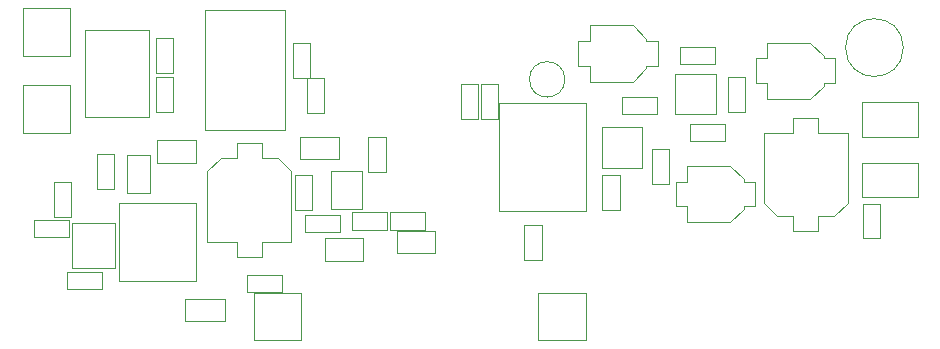
<source format=gbr>
G04 #@! TF.GenerationSoftware,KiCad,Pcbnew,(5.1.4)-1*
G04 #@! TF.CreationDate,2020-07-19T23:59:32-07:00*
G04 #@! TF.ProjectId,Main Board,4d61696e-2042-46f6-9172-642e6b696361,rev?*
G04 #@! TF.SameCoordinates,Original*
G04 #@! TF.FileFunction,Other,User*
%FSLAX46Y46*%
G04 Gerber Fmt 4.6, Leading zero omitted, Abs format (unit mm)*
G04 Created by KiCad (PCBNEW (5.1.4)-1) date 2020-07-19 23:59:32*
%MOMM*%
%LPD*%
G04 APERTURE LIST*
%ADD10C,0.050000*%
G04 APERTURE END LIST*
D10*
X138290000Y-101390000D02*
X135690000Y-101390000D01*
X138290000Y-98170000D02*
X138290000Y-101390000D01*
X135690000Y-98170000D02*
X138290000Y-98170000D01*
X135690000Y-101390000D02*
X135690000Y-98170000D01*
X124240000Y-107470000D02*
X124240000Y-100880000D01*
X117740000Y-100880000D02*
X117740000Y-107470000D01*
X124240000Y-100880000D02*
X117740000Y-100880000D01*
X117740000Y-107470000D02*
X124240000Y-107470000D01*
X176930000Y-103230000D02*
X176930000Y-101980000D01*
X174830000Y-103230000D02*
X176930000Y-103230000D01*
X174830000Y-101980000D02*
X174830000Y-103230000D01*
X176930000Y-101980000D02*
X178280000Y-101980000D01*
X173480000Y-101980000D02*
X174830000Y-101980000D01*
X173480000Y-101980000D02*
X172330000Y-100830000D01*
X178280000Y-101980000D02*
X179430000Y-100830000D01*
X172330000Y-100830000D02*
X172330000Y-94880000D01*
X179430000Y-100830000D02*
X179430000Y-94880000D01*
X176930000Y-94880000D02*
X179430000Y-94880000D01*
X176930000Y-93630000D02*
X176930000Y-94880000D01*
X174830000Y-93630000D02*
X176930000Y-93630000D01*
X174830000Y-94880000D02*
X174830000Y-93630000D01*
X172330000Y-94880000D02*
X174830000Y-94880000D01*
X127720000Y-95780000D02*
X127720000Y-97030000D01*
X129820000Y-95780000D02*
X127720000Y-95780000D01*
X129820000Y-97030000D02*
X129820000Y-95780000D01*
X127720000Y-97030000D02*
X126370000Y-97030000D01*
X131170000Y-97030000D02*
X129820000Y-97030000D01*
X131170000Y-97030000D02*
X132320000Y-98180000D01*
X126370000Y-97030000D02*
X125220000Y-98180000D01*
X132320000Y-98180000D02*
X132320000Y-104130000D01*
X125220000Y-98180000D02*
X125220000Y-104130000D01*
X127720000Y-104130000D02*
X125220000Y-104130000D01*
X127720000Y-105380000D02*
X127720000Y-104130000D01*
X129820000Y-105380000D02*
X127720000Y-105380000D01*
X129820000Y-104130000D02*
X129820000Y-105380000D01*
X132320000Y-104130000D02*
X129820000Y-104130000D01*
X163340000Y-87130000D02*
X162390000Y-87130000D01*
X163340000Y-89230000D02*
X163340000Y-87130000D01*
X162390000Y-89230000D02*
X163340000Y-89230000D01*
X162390000Y-87130000D02*
X162390000Y-86930000D01*
X162390000Y-89430000D02*
X162390000Y-89230000D01*
X162390000Y-89430000D02*
X161240000Y-90580000D01*
X162390000Y-86930000D02*
X161240000Y-85780000D01*
X161240000Y-90580000D02*
X157590000Y-90580000D01*
X161240000Y-85780000D02*
X157590000Y-85780000D01*
X157590000Y-87130000D02*
X157590000Y-85780000D01*
X156640000Y-87130000D02*
X157590000Y-87130000D01*
X156640000Y-89230000D02*
X156640000Y-87130000D01*
X157590000Y-89230000D02*
X156640000Y-89230000D01*
X157590000Y-90580000D02*
X157590000Y-89230000D01*
X171570000Y-99030000D02*
X170620000Y-99030000D01*
X171570000Y-101130000D02*
X171570000Y-99030000D01*
X170620000Y-101130000D02*
X171570000Y-101130000D01*
X170620000Y-99030000D02*
X170620000Y-98830000D01*
X170620000Y-101330000D02*
X170620000Y-101130000D01*
X170620000Y-101330000D02*
X169470000Y-102480000D01*
X170620000Y-98830000D02*
X169470000Y-97680000D01*
X169470000Y-102480000D02*
X165820000Y-102480000D01*
X169470000Y-97680000D02*
X165820000Y-97680000D01*
X165820000Y-99030000D02*
X165820000Y-97680000D01*
X164870000Y-99030000D02*
X165820000Y-99030000D01*
X164870000Y-101130000D02*
X164870000Y-99030000D01*
X165820000Y-101130000D02*
X164870000Y-101130000D01*
X165820000Y-102480000D02*
X165820000Y-101130000D01*
X178350000Y-88610000D02*
X177400000Y-88610000D01*
X178350000Y-90710000D02*
X178350000Y-88610000D01*
X177400000Y-90710000D02*
X178350000Y-90710000D01*
X177400000Y-88610000D02*
X177400000Y-88410000D01*
X177400000Y-90910000D02*
X177400000Y-90710000D01*
X177400000Y-90910000D02*
X176250000Y-92060000D01*
X177400000Y-88410000D02*
X176250000Y-87260000D01*
X176250000Y-92060000D02*
X172600000Y-92060000D01*
X176250000Y-87260000D02*
X172600000Y-87260000D01*
X172600000Y-88610000D02*
X172600000Y-87260000D01*
X171650000Y-88610000D02*
X172600000Y-88610000D01*
X171650000Y-90710000D02*
X171650000Y-88610000D01*
X172600000Y-90710000D02*
X171650000Y-90710000D01*
X172600000Y-92060000D02*
X172600000Y-90710000D01*
X184150000Y-87690000D02*
G75*
G03X184150000Y-87690000I-2450000J0D01*
G01*
X136482500Y-101850000D02*
X136482500Y-103310000D01*
X136482500Y-103310000D02*
X133522500Y-103310000D01*
X133522500Y-103310000D02*
X133522500Y-101850000D01*
X133522500Y-101850000D02*
X136482500Y-101850000D01*
X132460000Y-87300000D02*
X133920000Y-87300000D01*
X133920000Y-87300000D02*
X133920000Y-90260000D01*
X133920000Y-90260000D02*
X132460000Y-90260000D01*
X132460000Y-90260000D02*
X132460000Y-87300000D01*
X129160000Y-108480000D02*
X133160000Y-108480000D01*
X129160000Y-108480000D02*
X129160000Y-112480000D01*
X133160000Y-112480000D02*
X133160000Y-108480000D01*
X133160000Y-112480000D02*
X129160000Y-112480000D01*
X153260000Y-108460000D02*
X157260000Y-108460000D01*
X153260000Y-108460000D02*
X153260000Y-112460000D01*
X157260000Y-112460000D02*
X157260000Y-108460000D01*
X157260000Y-112460000D02*
X153260000Y-112460000D01*
X140697500Y-103110000D02*
X140697500Y-101650000D01*
X140697500Y-101650000D02*
X143657500Y-101650000D01*
X143657500Y-101650000D02*
X143657500Y-103110000D01*
X143657500Y-103110000D02*
X140697500Y-103110000D01*
X112260000Y-102060000D02*
X112260000Y-99100000D01*
X113720000Y-102060000D02*
X112260000Y-102060000D01*
X113720000Y-99100000D02*
X113720000Y-102060000D01*
X112260000Y-99100000D02*
X113720000Y-99100000D01*
X131562500Y-106960000D02*
X131562500Y-108420000D01*
X131562500Y-108420000D02*
X128602500Y-108420000D01*
X128602500Y-108420000D02*
X128602500Y-106960000D01*
X128602500Y-106960000D02*
X131562500Y-106960000D01*
X115860000Y-99660000D02*
X115860000Y-96700000D01*
X117320000Y-99660000D02*
X115860000Y-99660000D01*
X117320000Y-96700000D02*
X117320000Y-99660000D01*
X115860000Y-96700000D02*
X117320000Y-96700000D01*
X114890000Y-93580000D02*
X120290000Y-93580000D01*
X120290000Y-93580000D02*
X120290000Y-86180000D01*
X120290000Y-86180000D02*
X114890000Y-86180000D01*
X114890000Y-86180000D02*
X114890000Y-93580000D01*
X155490000Y-90380000D02*
G75*
G03X155490000Y-90380000I-1500000J0D01*
G01*
X137510000Y-103110000D02*
X137510000Y-101650000D01*
X137510000Y-101650000D02*
X140470000Y-101650000D01*
X140470000Y-101650000D02*
X140470000Y-103110000D01*
X140470000Y-103110000D02*
X137510000Y-103110000D01*
X124282500Y-95540000D02*
X124282500Y-97440000D01*
X124282500Y-97440000D02*
X120922500Y-97440000D01*
X120922500Y-97440000D02*
X120922500Y-95540000D01*
X120922500Y-95540000D02*
X124282500Y-95540000D01*
X123372500Y-108970000D02*
X126732500Y-108970000D01*
X123372500Y-110870000D02*
X123372500Y-108970000D01*
X126732500Y-110870000D02*
X123372500Y-110870000D01*
X126732500Y-108970000D02*
X126732500Y-110870000D01*
X144480000Y-105090000D02*
X144480000Y-103190000D01*
X144480000Y-103190000D02*
X141280000Y-103190000D01*
X141280000Y-105090000D02*
X141280000Y-103190000D01*
X144480000Y-105090000D02*
X141280000Y-105090000D01*
X135190000Y-103830000D02*
X135190000Y-105730000D01*
X135190000Y-105730000D02*
X138390000Y-105730000D01*
X138390000Y-103830000D02*
X138390000Y-105730000D01*
X135190000Y-103830000D02*
X138390000Y-103830000D01*
X132660000Y-98500000D02*
X134120000Y-98500000D01*
X134120000Y-98500000D02*
X134120000Y-101460000D01*
X134120000Y-101460000D02*
X132660000Y-101460000D01*
X132660000Y-101460000D02*
X132660000Y-98500000D01*
X117390000Y-106330000D02*
X117390000Y-102530000D01*
X113790000Y-106330000D02*
X117390000Y-106330000D01*
X113790000Y-102530000D02*
X113790000Y-106330000D01*
X117390000Y-102530000D02*
X113790000Y-102530000D01*
X122320000Y-93110000D02*
X120860000Y-93110000D01*
X120860000Y-93110000D02*
X120860000Y-90150000D01*
X120860000Y-90150000D02*
X122320000Y-90150000D01*
X122320000Y-90150000D02*
X122320000Y-93110000D01*
X131790000Y-84530000D02*
X124990000Y-84530000D01*
X124990000Y-94630000D02*
X131790000Y-94630000D01*
X131790000Y-94630000D02*
X131790000Y-84530000D01*
X124990000Y-94630000D02*
X124990000Y-84530000D01*
X133047500Y-97130000D02*
X133047500Y-95230000D01*
X133047500Y-95230000D02*
X136407500Y-95230000D01*
X136407500Y-95230000D02*
X136407500Y-97130000D01*
X136407500Y-97130000D02*
X133047500Y-97130000D01*
X140320000Y-98247500D02*
X138860000Y-98247500D01*
X138860000Y-98247500D02*
X138860000Y-95287500D01*
X138860000Y-95287500D02*
X140320000Y-95287500D01*
X140320000Y-95287500D02*
X140320000Y-98247500D01*
X135120000Y-93260000D02*
X133660000Y-93260000D01*
X133660000Y-93260000D02*
X133660000Y-90300000D01*
X133660000Y-90300000D02*
X135120000Y-90300000D01*
X135120000Y-90300000D02*
X135120000Y-93260000D01*
X160322500Y-93310000D02*
X160322500Y-91850000D01*
X160322500Y-91850000D02*
X163282500Y-91850000D01*
X163282500Y-91850000D02*
X163282500Y-93310000D01*
X163282500Y-93310000D02*
X160322500Y-93310000D01*
X120860000Y-86900000D02*
X122320000Y-86900000D01*
X122320000Y-86900000D02*
X122320000Y-89860000D01*
X122320000Y-89860000D02*
X120860000Y-89860000D01*
X120860000Y-89860000D02*
X120860000Y-86900000D01*
X152060000Y-102700000D02*
X153520000Y-102700000D01*
X153520000Y-102700000D02*
X153520000Y-105660000D01*
X153520000Y-105660000D02*
X152060000Y-105660000D01*
X152060000Y-105660000D02*
X152060000Y-102700000D01*
X110510000Y-102250000D02*
X113470000Y-102250000D01*
X110510000Y-103710000D02*
X110510000Y-102250000D01*
X113470000Y-103710000D02*
X110510000Y-103710000D01*
X113470000Y-102250000D02*
X113470000Y-103710000D01*
X109590000Y-90880000D02*
X113590000Y-90880000D01*
X109590000Y-90880000D02*
X109590000Y-94880000D01*
X113590000Y-94880000D02*
X113590000Y-90880000D01*
X113590000Y-94880000D02*
X109590000Y-94880000D01*
X109590000Y-84380000D02*
X113590000Y-84380000D01*
X109590000Y-84380000D02*
X109590000Y-88380000D01*
X113590000Y-88380000D02*
X113590000Y-84380000D01*
X113590000Y-88380000D02*
X109590000Y-88380000D01*
X149890000Y-92400000D02*
X149890000Y-101560000D01*
X149890000Y-101560000D02*
X157290000Y-101560000D01*
X157290000Y-101560000D02*
X157290000Y-92400000D01*
X157290000Y-92400000D02*
X149890000Y-92400000D01*
X180690000Y-92330000D02*
X185390000Y-92330000D01*
X185390000Y-92330000D02*
X185390000Y-95230000D01*
X185390000Y-95230000D02*
X180690000Y-95230000D01*
X180690000Y-95230000D02*
X180690000Y-92330000D01*
X180690000Y-97430000D02*
X185390000Y-97430000D01*
X185390000Y-97430000D02*
X185390000Y-100330000D01*
X185390000Y-100330000D02*
X180690000Y-100330000D01*
X180690000Y-100330000D02*
X180690000Y-97430000D01*
X168232500Y-89110000D02*
X165272500Y-89110000D01*
X168232500Y-87650000D02*
X168232500Y-89110000D01*
X165272500Y-87650000D02*
X168232500Y-87650000D01*
X165272500Y-89110000D02*
X165272500Y-87650000D01*
X120340000Y-96780000D02*
X120340000Y-99980000D01*
X120340000Y-99980000D02*
X118440000Y-99980000D01*
X118440000Y-96780000D02*
X118440000Y-99980000D01*
X120340000Y-96780000D02*
X118440000Y-96780000D01*
X162860000Y-96300000D02*
X164320000Y-96300000D01*
X164320000Y-96300000D02*
X164320000Y-99260000D01*
X164320000Y-99260000D02*
X162860000Y-99260000D01*
X162860000Y-99260000D02*
X162860000Y-96300000D01*
X160120000Y-101447500D02*
X158660000Y-101447500D01*
X158660000Y-101447500D02*
X158660000Y-98487500D01*
X158660000Y-98487500D02*
X160120000Y-98487500D01*
X160120000Y-98487500D02*
X160120000Y-101447500D01*
X113310000Y-106650000D02*
X116270000Y-106650000D01*
X113310000Y-108110000D02*
X113310000Y-106650000D01*
X116270000Y-108110000D02*
X113310000Y-108110000D01*
X116270000Y-106650000D02*
X116270000Y-108110000D01*
X149820000Y-93732000D02*
X148360000Y-93732000D01*
X148360000Y-93732000D02*
X148360000Y-90772000D01*
X148360000Y-90772000D02*
X149820000Y-90772000D01*
X149820000Y-90772000D02*
X149820000Y-93732000D01*
X148180000Y-93747500D02*
X146720000Y-93747500D01*
X146720000Y-93747500D02*
X146720000Y-90787500D01*
X146720000Y-90787500D02*
X148180000Y-90787500D01*
X148180000Y-90787500D02*
X148180000Y-93747500D01*
X166060000Y-94150000D02*
X169020000Y-94150000D01*
X166060000Y-95610000D02*
X166060000Y-94150000D01*
X169020000Y-95610000D02*
X166060000Y-95610000D01*
X169020000Y-94150000D02*
X169020000Y-95610000D01*
X169310000Y-90187500D02*
X170770000Y-90187500D01*
X170770000Y-90187500D02*
X170770000Y-93147500D01*
X170770000Y-93147500D02*
X169310000Y-93147500D01*
X169310000Y-93147500D02*
X169310000Y-90187500D01*
X180730000Y-100892500D02*
X182190000Y-100892500D01*
X182190000Y-100892500D02*
X182190000Y-103852500D01*
X182190000Y-103852500D02*
X180730000Y-103852500D01*
X180730000Y-103852500D02*
X180730000Y-100892500D01*
X168290000Y-89930000D02*
X168290000Y-93330000D01*
X168290000Y-93330000D02*
X164790000Y-93330000D01*
X164790000Y-93330000D02*
X164790000Y-89930000D01*
X164790000Y-89930000D02*
X168290000Y-89930000D01*
X162040000Y-97880000D02*
X158640000Y-97880000D01*
X158640000Y-97880000D02*
X158640000Y-94380000D01*
X158640000Y-94380000D02*
X162040000Y-94380000D01*
X162040000Y-94380000D02*
X162040000Y-97880000D01*
M02*

</source>
